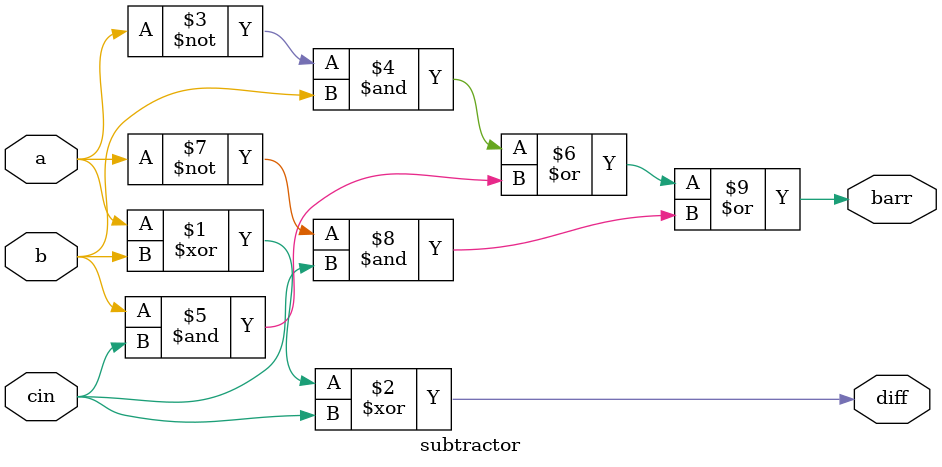
<source format=v>
module subtractor(
  input a, b, cin,
  output barr, diff);
  assign diff = a^b^cin;
  assign barr = ~a&b | b&cin | ~a&cin;
endmodule

</source>
